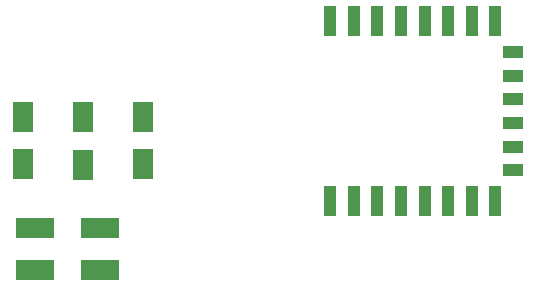
<source format=gbr>
%TF.GenerationSoftware,KiCad,Pcbnew,5.1.5+dfsg1-2build2*%
%TF.CreationDate,2021-07-06T16:50:00+02:00*%
%TF.ProjectId,airpcb_smd,61697270-6362-45f7-936d-642e6b696361,rev?*%
%TF.SameCoordinates,Original*%
%TF.FileFunction,Paste,Top*%
%TF.FilePolarity,Positive*%
%FSLAX46Y46*%
G04 Gerber Fmt 4.6, Leading zero omitted, Abs format (unit mm)*
G04 Created by KiCad (PCBNEW 5.1.5+dfsg1-2build2) date 2021-07-06 16:50:00*
%MOMM*%
%LPD*%
G04 APERTURE LIST*
%ADD10R,1.000000X2.500000*%
%ADD11R,1.800000X1.000000*%
%ADD12R,1.800000X2.500000*%
%ADD13R,3.300000X1.700000*%
G04 APERTURE END LIST*
D10*
%TO.C,U4*%
X82606000Y-19578000D03*
X84606000Y-19578000D03*
X86606000Y-19578000D03*
X88606000Y-19578000D03*
X90606000Y-19578000D03*
X92606000Y-19578000D03*
X94606000Y-19578000D03*
X96606000Y-19578000D03*
D11*
X98106000Y-22178000D03*
X98106000Y-24178000D03*
X98106000Y-26178000D03*
X98106000Y-28178000D03*
X98106000Y-30178000D03*
X98106000Y-32178000D03*
D10*
X96606000Y-34778000D03*
X94606000Y-34778000D03*
X92606000Y-34778000D03*
X90606000Y-34778000D03*
X88606000Y-34778000D03*
X86606000Y-34778000D03*
X84606000Y-34778000D03*
X82606000Y-34778000D03*
%TD*%
D12*
%TO.C,D2*%
X56642000Y-31686000D03*
X56642000Y-27686000D03*
%TD*%
%TO.C,D4*%
X61722000Y-27718000D03*
X61722000Y-31718000D03*
%TD*%
%TO.C,D5*%
X66802000Y-27686000D03*
X66802000Y-31686000D03*
%TD*%
D13*
%TO.C,D1*%
X57658000Y-37084000D03*
X63158000Y-37084000D03*
%TD*%
%TO.C,D3*%
X63158000Y-40640000D03*
X57658000Y-40640000D03*
%TD*%
M02*

</source>
